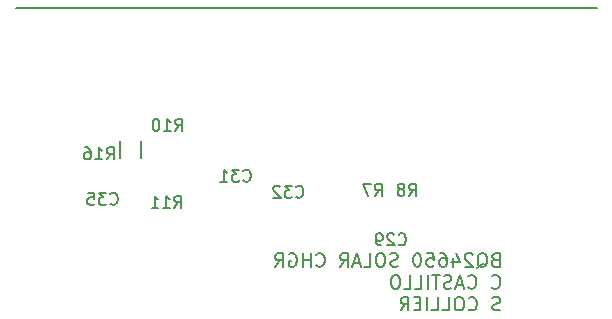
<source format=gbr>
%TF.GenerationSoftware,KiCad,Pcbnew,7.0.1*%
%TF.CreationDate,2024-01-20T12:23:47-08:00*%
%TF.ProjectId,CC1200 Dev Board,43433132-3030-4204-9465-7620426f6172,v1.0*%
%TF.SameCoordinates,PX450a6a0PY58363a0*%
%TF.FileFunction,Legend,Bot*%
%TF.FilePolarity,Positive*%
%FSLAX46Y46*%
G04 Gerber Fmt 4.6, Leading zero omitted, Abs format (unit mm)*
G04 Created by KiCad (PCBNEW 7.0.1) date 2024-01-20 12:23:47*
%MOMM*%
%LPD*%
G01*
G04 APERTURE LIST*
%ADD10C,0.200000*%
%ADD11C,0.152400*%
G04 APERTURE END LIST*
D10*
X457200Y26517600D02*
X49631600Y26517600D01*
D11*
X41035257Y5244716D02*
X40871971Y5190288D01*
X40871971Y5190288D02*
X40817542Y5135859D01*
X40817542Y5135859D02*
X40763114Y5027002D01*
X40763114Y5027002D02*
X40763114Y4863716D01*
X40763114Y4863716D02*
X40817542Y4754859D01*
X40817542Y4754859D02*
X40871971Y4700430D01*
X40871971Y4700430D02*
X40980828Y4646002D01*
X40980828Y4646002D02*
X41416257Y4646002D01*
X41416257Y4646002D02*
X41416257Y5789002D01*
X41416257Y5789002D02*
X41035257Y5789002D01*
X41035257Y5789002D02*
X40926400Y5734573D01*
X40926400Y5734573D02*
X40871971Y5680145D01*
X40871971Y5680145D02*
X40817542Y5571288D01*
X40817542Y5571288D02*
X40817542Y5462430D01*
X40817542Y5462430D02*
X40871971Y5353573D01*
X40871971Y5353573D02*
X40926400Y5299145D01*
X40926400Y5299145D02*
X41035257Y5244716D01*
X41035257Y5244716D02*
X41416257Y5244716D01*
X39511257Y4537145D02*
X39620114Y4591573D01*
X39620114Y4591573D02*
X39728971Y4700430D01*
X39728971Y4700430D02*
X39892257Y4863716D01*
X39892257Y4863716D02*
X40001114Y4918145D01*
X40001114Y4918145D02*
X40109971Y4918145D01*
X40055542Y4646002D02*
X40164400Y4700430D01*
X40164400Y4700430D02*
X40273257Y4809288D01*
X40273257Y4809288D02*
X40327685Y5027002D01*
X40327685Y5027002D02*
X40327685Y5408002D01*
X40327685Y5408002D02*
X40273257Y5625716D01*
X40273257Y5625716D02*
X40164400Y5734573D01*
X40164400Y5734573D02*
X40055542Y5789002D01*
X40055542Y5789002D02*
X39837828Y5789002D01*
X39837828Y5789002D02*
X39728971Y5734573D01*
X39728971Y5734573D02*
X39620114Y5625716D01*
X39620114Y5625716D02*
X39565685Y5408002D01*
X39565685Y5408002D02*
X39565685Y5027002D01*
X39565685Y5027002D02*
X39620114Y4809288D01*
X39620114Y4809288D02*
X39728971Y4700430D01*
X39728971Y4700430D02*
X39837828Y4646002D01*
X39837828Y4646002D02*
X40055542Y4646002D01*
X39130256Y5680145D02*
X39075828Y5734573D01*
X39075828Y5734573D02*
X38966971Y5789002D01*
X38966971Y5789002D02*
X38694828Y5789002D01*
X38694828Y5789002D02*
X38585971Y5734573D01*
X38585971Y5734573D02*
X38531542Y5680145D01*
X38531542Y5680145D02*
X38477113Y5571288D01*
X38477113Y5571288D02*
X38477113Y5462430D01*
X38477113Y5462430D02*
X38531542Y5299145D01*
X38531542Y5299145D02*
X39184685Y4646002D01*
X39184685Y4646002D02*
X38477113Y4646002D01*
X37497400Y5408002D02*
X37497400Y4646002D01*
X37769542Y5843430D02*
X38041685Y5027002D01*
X38041685Y5027002D02*
X37334114Y5027002D01*
X36408829Y5789002D02*
X36626543Y5789002D01*
X36626543Y5789002D02*
X36735400Y5734573D01*
X36735400Y5734573D02*
X36789829Y5680145D01*
X36789829Y5680145D02*
X36898686Y5516859D01*
X36898686Y5516859D02*
X36953114Y5299145D01*
X36953114Y5299145D02*
X36953114Y4863716D01*
X36953114Y4863716D02*
X36898686Y4754859D01*
X36898686Y4754859D02*
X36844257Y4700430D01*
X36844257Y4700430D02*
X36735400Y4646002D01*
X36735400Y4646002D02*
X36517686Y4646002D01*
X36517686Y4646002D02*
X36408829Y4700430D01*
X36408829Y4700430D02*
X36354400Y4754859D01*
X36354400Y4754859D02*
X36299971Y4863716D01*
X36299971Y4863716D02*
X36299971Y5135859D01*
X36299971Y5135859D02*
X36354400Y5244716D01*
X36354400Y5244716D02*
X36408829Y5299145D01*
X36408829Y5299145D02*
X36517686Y5353573D01*
X36517686Y5353573D02*
X36735400Y5353573D01*
X36735400Y5353573D02*
X36844257Y5299145D01*
X36844257Y5299145D02*
X36898686Y5244716D01*
X36898686Y5244716D02*
X36953114Y5135859D01*
X35265829Y5789002D02*
X35810115Y5789002D01*
X35810115Y5789002D02*
X35864543Y5244716D01*
X35864543Y5244716D02*
X35810115Y5299145D01*
X35810115Y5299145D02*
X35701258Y5353573D01*
X35701258Y5353573D02*
X35429115Y5353573D01*
X35429115Y5353573D02*
X35320258Y5299145D01*
X35320258Y5299145D02*
X35265829Y5244716D01*
X35265829Y5244716D02*
X35211400Y5135859D01*
X35211400Y5135859D02*
X35211400Y4863716D01*
X35211400Y4863716D02*
X35265829Y4754859D01*
X35265829Y4754859D02*
X35320258Y4700430D01*
X35320258Y4700430D02*
X35429115Y4646002D01*
X35429115Y4646002D02*
X35701258Y4646002D01*
X35701258Y4646002D02*
X35810115Y4700430D01*
X35810115Y4700430D02*
X35864543Y4754859D01*
X34503829Y5789002D02*
X34394972Y5789002D01*
X34394972Y5789002D02*
X34286115Y5734573D01*
X34286115Y5734573D02*
X34231687Y5680145D01*
X34231687Y5680145D02*
X34177258Y5571288D01*
X34177258Y5571288D02*
X34122829Y5353573D01*
X34122829Y5353573D02*
X34122829Y5081430D01*
X34122829Y5081430D02*
X34177258Y4863716D01*
X34177258Y4863716D02*
X34231687Y4754859D01*
X34231687Y4754859D02*
X34286115Y4700430D01*
X34286115Y4700430D02*
X34394972Y4646002D01*
X34394972Y4646002D02*
X34503829Y4646002D01*
X34503829Y4646002D02*
X34612687Y4700430D01*
X34612687Y4700430D02*
X34667115Y4754859D01*
X34667115Y4754859D02*
X34721544Y4863716D01*
X34721544Y4863716D02*
X34775972Y5081430D01*
X34775972Y5081430D02*
X34775972Y5353573D01*
X34775972Y5353573D02*
X34721544Y5571288D01*
X34721544Y5571288D02*
X34667115Y5680145D01*
X34667115Y5680145D02*
X34612687Y5734573D01*
X34612687Y5734573D02*
X34503829Y5789002D01*
X32816544Y4700430D02*
X32653259Y4646002D01*
X32653259Y4646002D02*
X32381116Y4646002D01*
X32381116Y4646002D02*
X32272259Y4700430D01*
X32272259Y4700430D02*
X32217830Y4754859D01*
X32217830Y4754859D02*
X32163401Y4863716D01*
X32163401Y4863716D02*
X32163401Y4972573D01*
X32163401Y4972573D02*
X32217830Y5081430D01*
X32217830Y5081430D02*
X32272259Y5135859D01*
X32272259Y5135859D02*
X32381116Y5190288D01*
X32381116Y5190288D02*
X32598830Y5244716D01*
X32598830Y5244716D02*
X32707687Y5299145D01*
X32707687Y5299145D02*
X32762116Y5353573D01*
X32762116Y5353573D02*
X32816544Y5462430D01*
X32816544Y5462430D02*
X32816544Y5571288D01*
X32816544Y5571288D02*
X32762116Y5680145D01*
X32762116Y5680145D02*
X32707687Y5734573D01*
X32707687Y5734573D02*
X32598830Y5789002D01*
X32598830Y5789002D02*
X32326687Y5789002D01*
X32326687Y5789002D02*
X32163401Y5734573D01*
X31455830Y5789002D02*
X31238116Y5789002D01*
X31238116Y5789002D02*
X31129259Y5734573D01*
X31129259Y5734573D02*
X31020402Y5625716D01*
X31020402Y5625716D02*
X30965973Y5408002D01*
X30965973Y5408002D02*
X30965973Y5027002D01*
X30965973Y5027002D02*
X31020402Y4809288D01*
X31020402Y4809288D02*
X31129259Y4700430D01*
X31129259Y4700430D02*
X31238116Y4646002D01*
X31238116Y4646002D02*
X31455830Y4646002D01*
X31455830Y4646002D02*
X31564688Y4700430D01*
X31564688Y4700430D02*
X31673545Y4809288D01*
X31673545Y4809288D02*
X31727973Y5027002D01*
X31727973Y5027002D02*
X31727973Y5408002D01*
X31727973Y5408002D02*
X31673545Y5625716D01*
X31673545Y5625716D02*
X31564688Y5734573D01*
X31564688Y5734573D02*
X31455830Y5789002D01*
X29931830Y4646002D02*
X30476116Y4646002D01*
X30476116Y4646002D02*
X30476116Y5789002D01*
X29605258Y4972573D02*
X29060973Y4972573D01*
X29714115Y4646002D02*
X29333115Y5789002D01*
X29333115Y5789002D02*
X28952115Y4646002D01*
X27917973Y4646002D02*
X28298973Y5190288D01*
X28571116Y4646002D02*
X28571116Y5789002D01*
X28571116Y5789002D02*
X28135687Y5789002D01*
X28135687Y5789002D02*
X28026830Y5734573D01*
X28026830Y5734573D02*
X27972401Y5680145D01*
X27972401Y5680145D02*
X27917973Y5571288D01*
X27917973Y5571288D02*
X27917973Y5408002D01*
X27917973Y5408002D02*
X27972401Y5299145D01*
X27972401Y5299145D02*
X28026830Y5244716D01*
X28026830Y5244716D02*
X28135687Y5190288D01*
X28135687Y5190288D02*
X28571116Y5190288D01*
X25904116Y4754859D02*
X25958544Y4700430D01*
X25958544Y4700430D02*
X26121830Y4646002D01*
X26121830Y4646002D02*
X26230687Y4646002D01*
X26230687Y4646002D02*
X26393973Y4700430D01*
X26393973Y4700430D02*
X26502830Y4809288D01*
X26502830Y4809288D02*
X26557259Y4918145D01*
X26557259Y4918145D02*
X26611687Y5135859D01*
X26611687Y5135859D02*
X26611687Y5299145D01*
X26611687Y5299145D02*
X26557259Y5516859D01*
X26557259Y5516859D02*
X26502830Y5625716D01*
X26502830Y5625716D02*
X26393973Y5734573D01*
X26393973Y5734573D02*
X26230687Y5789002D01*
X26230687Y5789002D02*
X26121830Y5789002D01*
X26121830Y5789002D02*
X25958544Y5734573D01*
X25958544Y5734573D02*
X25904116Y5680145D01*
X25414259Y4646002D02*
X25414259Y5789002D01*
X25414259Y5244716D02*
X24761116Y5244716D01*
X24761116Y4646002D02*
X24761116Y5789002D01*
X23618115Y5734573D02*
X23726973Y5789002D01*
X23726973Y5789002D02*
X23890258Y5789002D01*
X23890258Y5789002D02*
X24053544Y5734573D01*
X24053544Y5734573D02*
X24162401Y5625716D01*
X24162401Y5625716D02*
X24216830Y5516859D01*
X24216830Y5516859D02*
X24271258Y5299145D01*
X24271258Y5299145D02*
X24271258Y5135859D01*
X24271258Y5135859D02*
X24216830Y4918145D01*
X24216830Y4918145D02*
X24162401Y4809288D01*
X24162401Y4809288D02*
X24053544Y4700430D01*
X24053544Y4700430D02*
X23890258Y4646002D01*
X23890258Y4646002D02*
X23781401Y4646002D01*
X23781401Y4646002D02*
X23618115Y4700430D01*
X23618115Y4700430D02*
X23563687Y4754859D01*
X23563687Y4754859D02*
X23563687Y5135859D01*
X23563687Y5135859D02*
X23781401Y5135859D01*
X22420687Y4646002D02*
X22801687Y5190288D01*
X23073830Y4646002D02*
X23073830Y5789002D01*
X23073830Y5789002D02*
X22638401Y5789002D01*
X22638401Y5789002D02*
X22529544Y5734573D01*
X22529544Y5734573D02*
X22475115Y5680145D01*
X22475115Y5680145D02*
X22420687Y5571288D01*
X22420687Y5571288D02*
X22420687Y5408002D01*
X22420687Y5408002D02*
X22475115Y5299145D01*
X22475115Y5299145D02*
X22529544Y5244716D01*
X22529544Y5244716D02*
X22638401Y5190288D01*
X22638401Y5190288D02*
X23073830Y5190288D01*
X40763114Y2903199D02*
X40817542Y2848770D01*
X40817542Y2848770D02*
X40980828Y2794342D01*
X40980828Y2794342D02*
X41089685Y2794342D01*
X41089685Y2794342D02*
X41252971Y2848770D01*
X41252971Y2848770D02*
X41361828Y2957628D01*
X41361828Y2957628D02*
X41416257Y3066485D01*
X41416257Y3066485D02*
X41470685Y3284199D01*
X41470685Y3284199D02*
X41470685Y3447485D01*
X41470685Y3447485D02*
X41416257Y3665199D01*
X41416257Y3665199D02*
X41361828Y3774056D01*
X41361828Y3774056D02*
X41252971Y3882913D01*
X41252971Y3882913D02*
X41089685Y3937342D01*
X41089685Y3937342D02*
X40980828Y3937342D01*
X40980828Y3937342D02*
X40817542Y3882913D01*
X40817542Y3882913D02*
X40763114Y3828485D01*
X38749257Y2903199D02*
X38803685Y2848770D01*
X38803685Y2848770D02*
X38966971Y2794342D01*
X38966971Y2794342D02*
X39075828Y2794342D01*
X39075828Y2794342D02*
X39239114Y2848770D01*
X39239114Y2848770D02*
X39347971Y2957628D01*
X39347971Y2957628D02*
X39402400Y3066485D01*
X39402400Y3066485D02*
X39456828Y3284199D01*
X39456828Y3284199D02*
X39456828Y3447485D01*
X39456828Y3447485D02*
X39402400Y3665199D01*
X39402400Y3665199D02*
X39347971Y3774056D01*
X39347971Y3774056D02*
X39239114Y3882913D01*
X39239114Y3882913D02*
X39075828Y3937342D01*
X39075828Y3937342D02*
X38966971Y3937342D01*
X38966971Y3937342D02*
X38803685Y3882913D01*
X38803685Y3882913D02*
X38749257Y3828485D01*
X38313828Y3120913D02*
X37769543Y3120913D01*
X38422685Y2794342D02*
X38041685Y3937342D01*
X38041685Y3937342D02*
X37660685Y2794342D01*
X37334114Y2848770D02*
X37170829Y2794342D01*
X37170829Y2794342D02*
X36898686Y2794342D01*
X36898686Y2794342D02*
X36789829Y2848770D01*
X36789829Y2848770D02*
X36735400Y2903199D01*
X36735400Y2903199D02*
X36680971Y3012056D01*
X36680971Y3012056D02*
X36680971Y3120913D01*
X36680971Y3120913D02*
X36735400Y3229770D01*
X36735400Y3229770D02*
X36789829Y3284199D01*
X36789829Y3284199D02*
X36898686Y3338628D01*
X36898686Y3338628D02*
X37116400Y3393056D01*
X37116400Y3393056D02*
X37225257Y3447485D01*
X37225257Y3447485D02*
X37279686Y3501913D01*
X37279686Y3501913D02*
X37334114Y3610770D01*
X37334114Y3610770D02*
X37334114Y3719628D01*
X37334114Y3719628D02*
X37279686Y3828485D01*
X37279686Y3828485D02*
X37225257Y3882913D01*
X37225257Y3882913D02*
X37116400Y3937342D01*
X37116400Y3937342D02*
X36844257Y3937342D01*
X36844257Y3937342D02*
X36680971Y3882913D01*
X36354400Y3937342D02*
X35701258Y3937342D01*
X36027829Y2794342D02*
X36027829Y3937342D01*
X35320258Y2794342D02*
X35320258Y3937342D01*
X34231686Y2794342D02*
X34775972Y2794342D01*
X34775972Y2794342D02*
X34775972Y3937342D01*
X33306400Y2794342D02*
X33850686Y2794342D01*
X33850686Y2794342D02*
X33850686Y3937342D01*
X32707685Y3937342D02*
X32489971Y3937342D01*
X32489971Y3937342D02*
X32381114Y3882913D01*
X32381114Y3882913D02*
X32272257Y3774056D01*
X32272257Y3774056D02*
X32217828Y3556342D01*
X32217828Y3556342D02*
X32217828Y3175342D01*
X32217828Y3175342D02*
X32272257Y2957628D01*
X32272257Y2957628D02*
X32381114Y2848770D01*
X32381114Y2848770D02*
X32489971Y2794342D01*
X32489971Y2794342D02*
X32707685Y2794342D01*
X32707685Y2794342D02*
X32816543Y2848770D01*
X32816543Y2848770D02*
X32925400Y2957628D01*
X32925400Y2957628D02*
X32979828Y3175342D01*
X32979828Y3175342D02*
X32979828Y3556342D01*
X32979828Y3556342D02*
X32925400Y3774056D01*
X32925400Y3774056D02*
X32816543Y3882913D01*
X32816543Y3882913D02*
X32707685Y3937342D01*
X41470685Y997110D02*
X41307400Y942682D01*
X41307400Y942682D02*
X41035257Y942682D01*
X41035257Y942682D02*
X40926400Y997110D01*
X40926400Y997110D02*
X40871971Y1051539D01*
X40871971Y1051539D02*
X40817542Y1160396D01*
X40817542Y1160396D02*
X40817542Y1269253D01*
X40817542Y1269253D02*
X40871971Y1378110D01*
X40871971Y1378110D02*
X40926400Y1432539D01*
X40926400Y1432539D02*
X41035257Y1486968D01*
X41035257Y1486968D02*
X41252971Y1541396D01*
X41252971Y1541396D02*
X41361828Y1595825D01*
X41361828Y1595825D02*
X41416257Y1650253D01*
X41416257Y1650253D02*
X41470685Y1759110D01*
X41470685Y1759110D02*
X41470685Y1867968D01*
X41470685Y1867968D02*
X41416257Y1976825D01*
X41416257Y1976825D02*
X41361828Y2031253D01*
X41361828Y2031253D02*
X41252971Y2085682D01*
X41252971Y2085682D02*
X40980828Y2085682D01*
X40980828Y2085682D02*
X40817542Y2031253D01*
X38803686Y1051539D02*
X38858114Y997110D01*
X38858114Y997110D02*
X39021400Y942682D01*
X39021400Y942682D02*
X39130257Y942682D01*
X39130257Y942682D02*
X39293543Y997110D01*
X39293543Y997110D02*
X39402400Y1105968D01*
X39402400Y1105968D02*
X39456829Y1214825D01*
X39456829Y1214825D02*
X39511257Y1432539D01*
X39511257Y1432539D02*
X39511257Y1595825D01*
X39511257Y1595825D02*
X39456829Y1813539D01*
X39456829Y1813539D02*
X39402400Y1922396D01*
X39402400Y1922396D02*
X39293543Y2031253D01*
X39293543Y2031253D02*
X39130257Y2085682D01*
X39130257Y2085682D02*
X39021400Y2085682D01*
X39021400Y2085682D02*
X38858114Y2031253D01*
X38858114Y2031253D02*
X38803686Y1976825D01*
X38096114Y2085682D02*
X37878400Y2085682D01*
X37878400Y2085682D02*
X37769543Y2031253D01*
X37769543Y2031253D02*
X37660686Y1922396D01*
X37660686Y1922396D02*
X37606257Y1704682D01*
X37606257Y1704682D02*
X37606257Y1323682D01*
X37606257Y1323682D02*
X37660686Y1105968D01*
X37660686Y1105968D02*
X37769543Y997110D01*
X37769543Y997110D02*
X37878400Y942682D01*
X37878400Y942682D02*
X38096114Y942682D01*
X38096114Y942682D02*
X38204972Y997110D01*
X38204972Y997110D02*
X38313829Y1105968D01*
X38313829Y1105968D02*
X38368257Y1323682D01*
X38368257Y1323682D02*
X38368257Y1704682D01*
X38368257Y1704682D02*
X38313829Y1922396D01*
X38313829Y1922396D02*
X38204972Y2031253D01*
X38204972Y2031253D02*
X38096114Y2085682D01*
X36572114Y942682D02*
X37116400Y942682D01*
X37116400Y942682D02*
X37116400Y2085682D01*
X35646828Y942682D02*
X36191114Y942682D01*
X36191114Y942682D02*
X36191114Y2085682D01*
X35265828Y942682D02*
X35265828Y2085682D01*
X34721542Y1541396D02*
X34340542Y1541396D01*
X34177256Y942682D02*
X34721542Y942682D01*
X34721542Y942682D02*
X34721542Y2085682D01*
X34721542Y2085682D02*
X34177256Y2085682D01*
X33034256Y942682D02*
X33415256Y1486968D01*
X33687399Y942682D02*
X33687399Y2085682D01*
X33687399Y2085682D02*
X33251970Y2085682D01*
X33251970Y2085682D02*
X33143113Y2031253D01*
X33143113Y2031253D02*
X33088684Y1976825D01*
X33088684Y1976825D02*
X33034256Y1867968D01*
X33034256Y1867968D02*
X33034256Y1704682D01*
X33034256Y1704682D02*
X33088684Y1595825D01*
X33088684Y1595825D02*
X33143113Y1541396D01*
X33143113Y1541396D02*
X33251970Y1486968D01*
X33251970Y1486968D02*
X33687399Y1486968D01*
%TO.C,R10*%
X13969742Y16156980D02*
X14308409Y16640789D01*
X14550314Y16156980D02*
X14550314Y17172980D01*
X14550314Y17172980D02*
X14163266Y17172980D01*
X14163266Y17172980D02*
X14066504Y17124599D01*
X14066504Y17124599D02*
X14018123Y17076218D01*
X14018123Y17076218D02*
X13969742Y16979456D01*
X13969742Y16979456D02*
X13969742Y16834313D01*
X13969742Y16834313D02*
X14018123Y16737551D01*
X14018123Y16737551D02*
X14066504Y16689170D01*
X14066504Y16689170D02*
X14163266Y16640789D01*
X14163266Y16640789D02*
X14550314Y16640789D01*
X13002123Y16156980D02*
X13582695Y16156980D01*
X13292409Y16156980D02*
X13292409Y17172980D01*
X13292409Y17172980D02*
X13389171Y17027837D01*
X13389171Y17027837D02*
X13485933Y16931075D01*
X13485933Y16931075D02*
X13582695Y16882694D01*
X12373171Y17172980D02*
X12276409Y17172980D01*
X12276409Y17172980D02*
X12179647Y17124599D01*
X12179647Y17124599D02*
X12131266Y17076218D01*
X12131266Y17076218D02*
X12082885Y16979456D01*
X12082885Y16979456D02*
X12034504Y16785932D01*
X12034504Y16785932D02*
X12034504Y16544027D01*
X12034504Y16544027D02*
X12082885Y16350503D01*
X12082885Y16350503D02*
X12131266Y16253741D01*
X12131266Y16253741D02*
X12179647Y16205360D01*
X12179647Y16205360D02*
X12276409Y16156980D01*
X12276409Y16156980D02*
X12373171Y16156980D01*
X12373171Y16156980D02*
X12469933Y16205360D01*
X12469933Y16205360D02*
X12518314Y16253741D01*
X12518314Y16253741D02*
X12566695Y16350503D01*
X12566695Y16350503D02*
X12615076Y16544027D01*
X12615076Y16544027D02*
X12615076Y16785932D01*
X12615076Y16785932D02*
X12566695Y16979456D01*
X12566695Y16979456D02*
X12518314Y17076218D01*
X12518314Y17076218D02*
X12469933Y17124599D01*
X12469933Y17124599D02*
X12373171Y17172980D01*
%TO.C,C31*%
X19715742Y11959341D02*
X19764123Y11910960D01*
X19764123Y11910960D02*
X19909266Y11862580D01*
X19909266Y11862580D02*
X20006028Y11862580D01*
X20006028Y11862580D02*
X20151171Y11910960D01*
X20151171Y11910960D02*
X20247933Y12007722D01*
X20247933Y12007722D02*
X20296314Y12104484D01*
X20296314Y12104484D02*
X20344695Y12298008D01*
X20344695Y12298008D02*
X20344695Y12443151D01*
X20344695Y12443151D02*
X20296314Y12636675D01*
X20296314Y12636675D02*
X20247933Y12733437D01*
X20247933Y12733437D02*
X20151171Y12830199D01*
X20151171Y12830199D02*
X20006028Y12878580D01*
X20006028Y12878580D02*
X19909266Y12878580D01*
X19909266Y12878580D02*
X19764123Y12830199D01*
X19764123Y12830199D02*
X19715742Y12781818D01*
X19377076Y12878580D02*
X18748123Y12878580D01*
X18748123Y12878580D02*
X19086790Y12491532D01*
X19086790Y12491532D02*
X18941647Y12491532D01*
X18941647Y12491532D02*
X18844885Y12443151D01*
X18844885Y12443151D02*
X18796504Y12394770D01*
X18796504Y12394770D02*
X18748123Y12298008D01*
X18748123Y12298008D02*
X18748123Y12056103D01*
X18748123Y12056103D02*
X18796504Y11959341D01*
X18796504Y11959341D02*
X18844885Y11910960D01*
X18844885Y11910960D02*
X18941647Y11862580D01*
X18941647Y11862580D02*
X19231933Y11862580D01*
X19231933Y11862580D02*
X19328695Y11910960D01*
X19328695Y11910960D02*
X19377076Y11959341D01*
X17780504Y11862580D02*
X18361076Y11862580D01*
X18070790Y11862580D02*
X18070790Y12878580D01*
X18070790Y12878580D02*
X18167552Y12733437D01*
X18167552Y12733437D02*
X18264314Y12636675D01*
X18264314Y12636675D02*
X18361076Y12588294D01*
%TO.C,R16*%
X8153142Y13729980D02*
X8491809Y14213789D01*
X8733714Y13729980D02*
X8733714Y14745980D01*
X8733714Y14745980D02*
X8346666Y14745980D01*
X8346666Y14745980D02*
X8249904Y14697599D01*
X8249904Y14697599D02*
X8201523Y14649218D01*
X8201523Y14649218D02*
X8153142Y14552456D01*
X8153142Y14552456D02*
X8153142Y14407313D01*
X8153142Y14407313D02*
X8201523Y14310551D01*
X8201523Y14310551D02*
X8249904Y14262170D01*
X8249904Y14262170D02*
X8346666Y14213789D01*
X8346666Y14213789D02*
X8733714Y14213789D01*
X7185523Y13729980D02*
X7766095Y13729980D01*
X7475809Y13729980D02*
X7475809Y14745980D01*
X7475809Y14745980D02*
X7572571Y14600837D01*
X7572571Y14600837D02*
X7669333Y14504075D01*
X7669333Y14504075D02*
X7766095Y14455694D01*
X6314666Y14745980D02*
X6508190Y14745980D01*
X6508190Y14745980D02*
X6604952Y14697599D01*
X6604952Y14697599D02*
X6653333Y14649218D01*
X6653333Y14649218D02*
X6750095Y14504075D01*
X6750095Y14504075D02*
X6798476Y14310551D01*
X6798476Y14310551D02*
X6798476Y13923503D01*
X6798476Y13923503D02*
X6750095Y13826741D01*
X6750095Y13826741D02*
X6701714Y13778360D01*
X6701714Y13778360D02*
X6604952Y13729980D01*
X6604952Y13729980D02*
X6411428Y13729980D01*
X6411428Y13729980D02*
X6314666Y13778360D01*
X6314666Y13778360D02*
X6266285Y13826741D01*
X6266285Y13826741D02*
X6217904Y13923503D01*
X6217904Y13923503D02*
X6217904Y14165408D01*
X6217904Y14165408D02*
X6266285Y14262170D01*
X6266285Y14262170D02*
X6314666Y14310551D01*
X6314666Y14310551D02*
X6411428Y14358932D01*
X6411428Y14358932D02*
X6604952Y14358932D01*
X6604952Y14358932D02*
X6701714Y14310551D01*
X6701714Y14310551D02*
X6750095Y14262170D01*
X6750095Y14262170D02*
X6798476Y14165408D01*
%TO.C,C32*%
X24180542Y10589541D02*
X24228923Y10541160D01*
X24228923Y10541160D02*
X24374066Y10492780D01*
X24374066Y10492780D02*
X24470828Y10492780D01*
X24470828Y10492780D02*
X24615971Y10541160D01*
X24615971Y10541160D02*
X24712733Y10637922D01*
X24712733Y10637922D02*
X24761114Y10734684D01*
X24761114Y10734684D02*
X24809495Y10928208D01*
X24809495Y10928208D02*
X24809495Y11073351D01*
X24809495Y11073351D02*
X24761114Y11266875D01*
X24761114Y11266875D02*
X24712733Y11363637D01*
X24712733Y11363637D02*
X24615971Y11460399D01*
X24615971Y11460399D02*
X24470828Y11508780D01*
X24470828Y11508780D02*
X24374066Y11508780D01*
X24374066Y11508780D02*
X24228923Y11460399D01*
X24228923Y11460399D02*
X24180542Y11412018D01*
X23841876Y11508780D02*
X23212923Y11508780D01*
X23212923Y11508780D02*
X23551590Y11121732D01*
X23551590Y11121732D02*
X23406447Y11121732D01*
X23406447Y11121732D02*
X23309685Y11073351D01*
X23309685Y11073351D02*
X23261304Y11024970D01*
X23261304Y11024970D02*
X23212923Y10928208D01*
X23212923Y10928208D02*
X23212923Y10686303D01*
X23212923Y10686303D02*
X23261304Y10589541D01*
X23261304Y10589541D02*
X23309685Y10541160D01*
X23309685Y10541160D02*
X23406447Y10492780D01*
X23406447Y10492780D02*
X23696733Y10492780D01*
X23696733Y10492780D02*
X23793495Y10541160D01*
X23793495Y10541160D02*
X23841876Y10589541D01*
X22825876Y11412018D02*
X22777495Y11460399D01*
X22777495Y11460399D02*
X22680733Y11508780D01*
X22680733Y11508780D02*
X22438828Y11508780D01*
X22438828Y11508780D02*
X22342066Y11460399D01*
X22342066Y11460399D02*
X22293685Y11412018D01*
X22293685Y11412018D02*
X22245304Y11315256D01*
X22245304Y11315256D02*
X22245304Y11218494D01*
X22245304Y11218494D02*
X22293685Y11073351D01*
X22293685Y11073351D02*
X22874257Y10492780D01*
X22874257Y10492780D02*
X22245304Y10492780D01*
%TO.C,C29*%
X32867342Y6550941D02*
X32915723Y6502560D01*
X32915723Y6502560D02*
X33060866Y6454180D01*
X33060866Y6454180D02*
X33157628Y6454180D01*
X33157628Y6454180D02*
X33302771Y6502560D01*
X33302771Y6502560D02*
X33399533Y6599322D01*
X33399533Y6599322D02*
X33447914Y6696084D01*
X33447914Y6696084D02*
X33496295Y6889608D01*
X33496295Y6889608D02*
X33496295Y7034751D01*
X33496295Y7034751D02*
X33447914Y7228275D01*
X33447914Y7228275D02*
X33399533Y7325037D01*
X33399533Y7325037D02*
X33302771Y7421799D01*
X33302771Y7421799D02*
X33157628Y7470180D01*
X33157628Y7470180D02*
X33060866Y7470180D01*
X33060866Y7470180D02*
X32915723Y7421799D01*
X32915723Y7421799D02*
X32867342Y7373418D01*
X32480295Y7373418D02*
X32431914Y7421799D01*
X32431914Y7421799D02*
X32335152Y7470180D01*
X32335152Y7470180D02*
X32093247Y7470180D01*
X32093247Y7470180D02*
X31996485Y7421799D01*
X31996485Y7421799D02*
X31948104Y7373418D01*
X31948104Y7373418D02*
X31899723Y7276656D01*
X31899723Y7276656D02*
X31899723Y7179894D01*
X31899723Y7179894D02*
X31948104Y7034751D01*
X31948104Y7034751D02*
X32528676Y6454180D01*
X32528676Y6454180D02*
X31899723Y6454180D01*
X31415914Y6454180D02*
X31222390Y6454180D01*
X31222390Y6454180D02*
X31125628Y6502560D01*
X31125628Y6502560D02*
X31077247Y6550941D01*
X31077247Y6550941D02*
X30980485Y6696084D01*
X30980485Y6696084D02*
X30932104Y6889608D01*
X30932104Y6889608D02*
X30932104Y7276656D01*
X30932104Y7276656D02*
X30980485Y7373418D01*
X30980485Y7373418D02*
X31028866Y7421799D01*
X31028866Y7421799D02*
X31125628Y7470180D01*
X31125628Y7470180D02*
X31319152Y7470180D01*
X31319152Y7470180D02*
X31415914Y7421799D01*
X31415914Y7421799D02*
X31464295Y7373418D01*
X31464295Y7373418D02*
X31512676Y7276656D01*
X31512676Y7276656D02*
X31512676Y7034751D01*
X31512676Y7034751D02*
X31464295Y6937989D01*
X31464295Y6937989D02*
X31415914Y6889608D01*
X31415914Y6889608D02*
X31319152Y6841227D01*
X31319152Y6841227D02*
X31125628Y6841227D01*
X31125628Y6841227D02*
X31028866Y6889608D01*
X31028866Y6889608D02*
X30980485Y6937989D01*
X30980485Y6937989D02*
X30932104Y7034751D01*
%TO.C,R11*%
X13893542Y9629180D02*
X14232209Y10112989D01*
X14474114Y9629180D02*
X14474114Y10645180D01*
X14474114Y10645180D02*
X14087066Y10645180D01*
X14087066Y10645180D02*
X13990304Y10596799D01*
X13990304Y10596799D02*
X13941923Y10548418D01*
X13941923Y10548418D02*
X13893542Y10451656D01*
X13893542Y10451656D02*
X13893542Y10306513D01*
X13893542Y10306513D02*
X13941923Y10209751D01*
X13941923Y10209751D02*
X13990304Y10161370D01*
X13990304Y10161370D02*
X14087066Y10112989D01*
X14087066Y10112989D02*
X14474114Y10112989D01*
X12925923Y9629180D02*
X13506495Y9629180D01*
X13216209Y9629180D02*
X13216209Y10645180D01*
X13216209Y10645180D02*
X13312971Y10500037D01*
X13312971Y10500037D02*
X13409733Y10403275D01*
X13409733Y10403275D02*
X13506495Y10354894D01*
X11958304Y9629180D02*
X12538876Y9629180D01*
X12248590Y9629180D02*
X12248590Y10645180D01*
X12248590Y10645180D02*
X12345352Y10500037D01*
X12345352Y10500037D02*
X12442114Y10403275D01*
X12442114Y10403275D02*
X12538876Y10354894D01*
%TO.C,R7*%
X30859532Y10645180D02*
X31198199Y11128989D01*
X31440104Y10645180D02*
X31440104Y11661180D01*
X31440104Y11661180D02*
X31053056Y11661180D01*
X31053056Y11661180D02*
X30956294Y11612799D01*
X30956294Y11612799D02*
X30907913Y11564418D01*
X30907913Y11564418D02*
X30859532Y11467656D01*
X30859532Y11467656D02*
X30859532Y11322513D01*
X30859532Y11322513D02*
X30907913Y11225751D01*
X30907913Y11225751D02*
X30956294Y11177370D01*
X30956294Y11177370D02*
X31053056Y11128989D01*
X31053056Y11128989D02*
X31440104Y11128989D01*
X30520866Y11661180D02*
X29843532Y11661180D01*
X29843532Y11661180D02*
X30278961Y10645180D01*
%TO.C,R8*%
X33755132Y10645180D02*
X34093799Y11128989D01*
X34335704Y10645180D02*
X34335704Y11661180D01*
X34335704Y11661180D02*
X33948656Y11661180D01*
X33948656Y11661180D02*
X33851894Y11612799D01*
X33851894Y11612799D02*
X33803513Y11564418D01*
X33803513Y11564418D02*
X33755132Y11467656D01*
X33755132Y11467656D02*
X33755132Y11322513D01*
X33755132Y11322513D02*
X33803513Y11225751D01*
X33803513Y11225751D02*
X33851894Y11177370D01*
X33851894Y11177370D02*
X33948656Y11128989D01*
X33948656Y11128989D02*
X34335704Y11128989D01*
X33174561Y11225751D02*
X33271323Y11274132D01*
X33271323Y11274132D02*
X33319704Y11322513D01*
X33319704Y11322513D02*
X33368085Y11419275D01*
X33368085Y11419275D02*
X33368085Y11467656D01*
X33368085Y11467656D02*
X33319704Y11564418D01*
X33319704Y11564418D02*
X33271323Y11612799D01*
X33271323Y11612799D02*
X33174561Y11661180D01*
X33174561Y11661180D02*
X32981037Y11661180D01*
X32981037Y11661180D02*
X32884275Y11612799D01*
X32884275Y11612799D02*
X32835894Y11564418D01*
X32835894Y11564418D02*
X32787513Y11467656D01*
X32787513Y11467656D02*
X32787513Y11419275D01*
X32787513Y11419275D02*
X32835894Y11322513D01*
X32835894Y11322513D02*
X32884275Y11274132D01*
X32884275Y11274132D02*
X32981037Y11225751D01*
X32981037Y11225751D02*
X33174561Y11225751D01*
X33174561Y11225751D02*
X33271323Y11177370D01*
X33271323Y11177370D02*
X33319704Y11128989D01*
X33319704Y11128989D02*
X33368085Y11032227D01*
X33368085Y11032227D02*
X33368085Y10838703D01*
X33368085Y10838703D02*
X33319704Y10741941D01*
X33319704Y10741941D02*
X33271323Y10693560D01*
X33271323Y10693560D02*
X33174561Y10645180D01*
X33174561Y10645180D02*
X32981037Y10645180D01*
X32981037Y10645180D02*
X32884275Y10693560D01*
X32884275Y10693560D02*
X32835894Y10741941D01*
X32835894Y10741941D02*
X32787513Y10838703D01*
X32787513Y10838703D02*
X32787513Y11032227D01*
X32787513Y11032227D02*
X32835894Y11128989D01*
X32835894Y11128989D02*
X32884275Y11177370D01*
X32884275Y11177370D02*
X32981037Y11225751D01*
%TO.C,C35*%
X8457942Y9979941D02*
X8506323Y9931560D01*
X8506323Y9931560D02*
X8651466Y9883180D01*
X8651466Y9883180D02*
X8748228Y9883180D01*
X8748228Y9883180D02*
X8893371Y9931560D01*
X8893371Y9931560D02*
X8990133Y10028322D01*
X8990133Y10028322D02*
X9038514Y10125084D01*
X9038514Y10125084D02*
X9086895Y10318608D01*
X9086895Y10318608D02*
X9086895Y10463751D01*
X9086895Y10463751D02*
X9038514Y10657275D01*
X9038514Y10657275D02*
X8990133Y10754037D01*
X8990133Y10754037D02*
X8893371Y10850799D01*
X8893371Y10850799D02*
X8748228Y10899180D01*
X8748228Y10899180D02*
X8651466Y10899180D01*
X8651466Y10899180D02*
X8506323Y10850799D01*
X8506323Y10850799D02*
X8457942Y10802418D01*
X8119276Y10899180D02*
X7490323Y10899180D01*
X7490323Y10899180D02*
X7828990Y10512132D01*
X7828990Y10512132D02*
X7683847Y10512132D01*
X7683847Y10512132D02*
X7587085Y10463751D01*
X7587085Y10463751D02*
X7538704Y10415370D01*
X7538704Y10415370D02*
X7490323Y10318608D01*
X7490323Y10318608D02*
X7490323Y10076703D01*
X7490323Y10076703D02*
X7538704Y9979941D01*
X7538704Y9979941D02*
X7587085Y9931560D01*
X7587085Y9931560D02*
X7683847Y9883180D01*
X7683847Y9883180D02*
X7974133Y9883180D01*
X7974133Y9883180D02*
X8070895Y9931560D01*
X8070895Y9931560D02*
X8119276Y9979941D01*
X6571085Y10899180D02*
X7054895Y10899180D01*
X7054895Y10899180D02*
X7103276Y10415370D01*
X7103276Y10415370D02*
X7054895Y10463751D01*
X7054895Y10463751D02*
X6958133Y10512132D01*
X6958133Y10512132D02*
X6716228Y10512132D01*
X6716228Y10512132D02*
X6619466Y10463751D01*
X6619466Y10463751D02*
X6571085Y10415370D01*
X6571085Y10415370D02*
X6522704Y10318608D01*
X6522704Y10318608D02*
X6522704Y10076703D01*
X6522704Y10076703D02*
X6571085Y9979941D01*
X6571085Y9979941D02*
X6619466Y9931560D01*
X6619466Y9931560D02*
X6716228Y9883180D01*
X6716228Y9883180D02*
X6958133Y9883180D01*
X6958133Y9883180D02*
X7054895Y9931560D01*
X7054895Y9931560D02*
X7103276Y9979941D01*
%TO.C,R16*%
X9260000Y13812936D02*
X9260000Y15267064D01*
X11080000Y13812936D02*
X11080000Y15267064D01*
%TD*%
M02*

</source>
